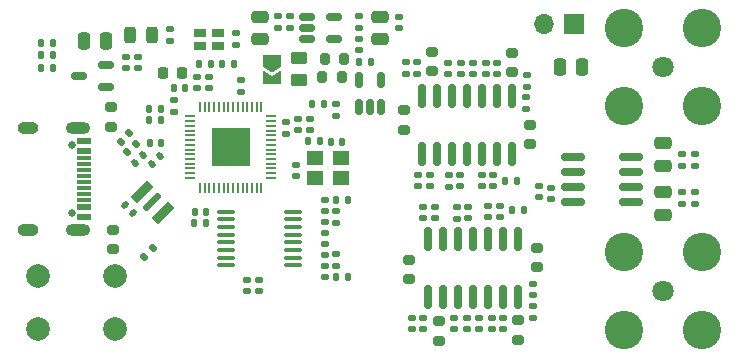
<source format=gbr>
%TF.GenerationSoftware,KiCad,Pcbnew,7.0.7*%
%TF.CreationDate,2024-02-05T21:16:28-08:00*%
%TF.ProjectId,Bandit_Dev_Platform,42616e64-6974-45f4-9465-765f506c6174,rev?*%
%TF.SameCoordinates,Original*%
%TF.FileFunction,Soldermask,Top*%
%TF.FilePolarity,Negative*%
%FSLAX46Y46*%
G04 Gerber Fmt 4.6, Leading zero omitted, Abs format (unit mm)*
G04 Created by KiCad (PCBNEW 7.0.7) date 2024-02-05 21:16:28*
%MOMM*%
%LPD*%
G01*
G04 APERTURE LIST*
G04 Aperture macros list*
%AMRoundRect*
0 Rectangle with rounded corners*
0 $1 Rounding radius*
0 $2 $3 $4 $5 $6 $7 $8 $9 X,Y pos of 4 corners*
0 Add a 4 corners polygon primitive as box body*
4,1,4,$2,$3,$4,$5,$6,$7,$8,$9,$2,$3,0*
0 Add four circle primitives for the rounded corners*
1,1,$1+$1,$2,$3*
1,1,$1+$1,$4,$5*
1,1,$1+$1,$6,$7*
1,1,$1+$1,$8,$9*
0 Add four rect primitives between the rounded corners*
20,1,$1+$1,$2,$3,$4,$5,0*
20,1,$1+$1,$4,$5,$6,$7,0*
20,1,$1+$1,$6,$7,$8,$9,0*
20,1,$1+$1,$8,$9,$2,$3,0*%
%AMFreePoly0*
4,1,6,1.000000,0.000000,0.500000,-0.750000,-0.500000,-0.750000,-0.500000,0.750000,0.500000,0.750000,1.000000,0.000000,1.000000,0.000000,$1*%
%AMFreePoly1*
4,1,6,0.500000,-0.750000,-0.650000,-0.750000,-0.150000,0.000000,-0.650000,0.750000,0.500000,0.750000,0.500000,-0.750000,0.500000,-0.750000,$1*%
G04 Aperture macros list end*
%ADD10RoundRect,0.135000X0.135000X0.185000X-0.135000X0.185000X-0.135000X-0.185000X0.135000X-0.185000X0*%
%ADD11RoundRect,0.140000X-0.170000X0.140000X-0.170000X-0.140000X0.170000X-0.140000X0.170000X0.140000X0*%
%ADD12RoundRect,0.140000X0.170000X-0.140000X0.170000X0.140000X-0.170000X0.140000X-0.170000X-0.140000X0*%
%ADD13RoundRect,0.135000X-0.185000X0.135000X-0.185000X-0.135000X0.185000X-0.135000X0.185000X0.135000X0*%
%ADD14RoundRect,0.200000X-0.200000X-0.275000X0.200000X-0.275000X0.200000X0.275000X-0.200000X0.275000X0*%
%ADD15C,0.650000*%
%ADD16R,1.150000X0.600000*%
%ADD17R,1.150000X0.300000*%
%ADD18O,2.100000X1.000000*%
%ADD19O,1.800000X1.000000*%
%ADD20RoundRect,0.140000X0.140000X0.170000X-0.140000X0.170000X-0.140000X-0.170000X0.140000X-0.170000X0*%
%ADD21RoundRect,0.200000X-0.275000X0.200000X-0.275000X-0.200000X0.275000X-0.200000X0.275000X0.200000X0*%
%ADD22RoundRect,0.218750X0.218750X0.256250X-0.218750X0.256250X-0.218750X-0.256250X0.218750X-0.256250X0*%
%ADD23RoundRect,0.135000X0.185000X-0.135000X0.185000X0.135000X-0.185000X0.135000X-0.185000X-0.135000X0*%
%ADD24RoundRect,0.200000X0.200000X0.275000X-0.200000X0.275000X-0.200000X-0.275000X0.200000X-0.275000X0*%
%ADD25RoundRect,0.150000X0.825000X0.150000X-0.825000X0.150000X-0.825000X-0.150000X0.825000X-0.150000X0*%
%ADD26RoundRect,0.200000X0.275000X-0.200000X0.275000X0.200000X-0.275000X0.200000X-0.275000X-0.200000X0*%
%ADD27RoundRect,0.140000X-0.021213X0.219203X-0.219203X0.021213X0.021213X-0.219203X0.219203X-0.021213X0*%
%ADD28RoundRect,0.100000X0.637500X0.100000X-0.637500X0.100000X-0.637500X-0.100000X0.637500X-0.100000X0*%
%ADD29R,1.000000X0.800000*%
%ADD30FreePoly0,270.000000*%
%ADD31FreePoly1,270.000000*%
%ADD32RoundRect,0.243750X0.243750X0.456250X-0.243750X0.456250X-0.243750X-0.456250X0.243750X-0.456250X0*%
%ADD33RoundRect,0.250000X0.250000X0.475000X-0.250000X0.475000X-0.250000X-0.475000X0.250000X-0.475000X0*%
%ADD34RoundRect,0.102000X0.318198X-0.106066X-0.106066X0.318198X-0.318198X0.106066X0.106066X-0.318198X0*%
%ADD35RoundRect,0.102000X0.707107X0.494975X0.494975X0.707107X-0.707107X-0.494975X-0.494975X-0.707107X0*%
%ADD36RoundRect,0.135000X-0.135000X-0.185000X0.135000X-0.185000X0.135000X0.185000X-0.135000X0.185000X0*%
%ADD37RoundRect,0.140000X-0.140000X-0.170000X0.140000X-0.170000X0.140000X0.170000X-0.140000X0.170000X0*%
%ADD38C,1.800000*%
%ADD39C,3.250000*%
%ADD40RoundRect,0.150000X-0.512500X-0.150000X0.512500X-0.150000X0.512500X0.150000X-0.512500X0.150000X0*%
%ADD41RoundRect,0.135000X-0.035355X0.226274X-0.226274X0.035355X0.035355X-0.226274X0.226274X-0.035355X0*%
%ADD42RoundRect,0.140000X-0.219203X-0.021213X-0.021213X-0.219203X0.219203X0.021213X0.021213X0.219203X0*%
%ADD43RoundRect,0.150000X-0.150000X0.825000X-0.150000X-0.825000X0.150000X-0.825000X0.150000X0.825000X0*%
%ADD44R,1.700000X1.700000*%
%ADD45O,1.700000X1.700000*%
%ADD46RoundRect,0.250000X0.450000X-0.262500X0.450000X0.262500X-0.450000X0.262500X-0.450000X-0.262500X0*%
%ADD47R,1.400000X1.200000*%
%ADD48RoundRect,0.150000X0.150000X-0.825000X0.150000X0.825000X-0.150000X0.825000X-0.150000X-0.825000X0*%
%ADD49RoundRect,0.250000X-0.475000X0.250000X-0.475000X-0.250000X0.475000X-0.250000X0.475000X0.250000X0*%
%ADD50RoundRect,0.150000X0.512500X0.150000X-0.512500X0.150000X-0.512500X-0.150000X0.512500X-0.150000X0*%
%ADD51RoundRect,0.135000X0.035355X-0.226274X0.226274X-0.035355X-0.035355X0.226274X-0.226274X0.035355X0*%
%ADD52RoundRect,0.050000X0.050000X-0.387500X0.050000X0.387500X-0.050000X0.387500X-0.050000X-0.387500X0*%
%ADD53RoundRect,0.050000X0.387500X-0.050000X0.387500X0.050000X-0.387500X0.050000X-0.387500X-0.050000X0*%
%ADD54R,3.200000X3.200000*%
%ADD55C,2.000000*%
%ADD56RoundRect,0.150000X0.150000X-0.512500X0.150000X0.512500X-0.150000X0.512500X-0.150000X-0.512500X0*%
%ADD57RoundRect,0.250000X0.475000X-0.250000X0.475000X0.250000X-0.475000X0.250000X-0.475000X-0.250000X0*%
G04 APERTURE END LIST*
D10*
%TO.C,R22*%
X49270000Y-37650000D03*
X48250000Y-37650000D03*
%TD*%
D11*
%TO.C,C3*%
X44375000Y-22095000D03*
X44375000Y-23055000D03*
%TD*%
%TO.C,C21*%
X47310000Y-39520000D03*
X47310000Y-40480000D03*
%TD*%
D12*
%TO.C,C59*%
X55127100Y-26960000D03*
X55127100Y-26000000D03*
%TD*%
D11*
%TO.C,C23*%
X47310000Y-37620000D03*
X47310000Y-38580000D03*
%TD*%
%TO.C,C8*%
X50225000Y-22095000D03*
X50225000Y-23055000D03*
%TD*%
D13*
%TO.C,R32*%
X64990200Y-46612500D03*
X64990200Y-47632500D03*
%TD*%
D14*
%TO.C,R8*%
X47350000Y-25675000D03*
X49000000Y-25675000D03*
%TD*%
D13*
%TO.C,R24*%
X48310000Y-42190000D03*
X48310000Y-43210000D03*
%TD*%
D15*
%TO.C,P1*%
X25905000Y-32980000D03*
X25905000Y-38760000D03*
D16*
X26980000Y-32670000D03*
X26980000Y-33470000D03*
D17*
X26980000Y-34620000D03*
X26980000Y-35620000D03*
X26980000Y-36120000D03*
X26980000Y-37120000D03*
D16*
X26980000Y-38270000D03*
X26980000Y-39070000D03*
X26980000Y-39070000D03*
X26980000Y-38270000D03*
D17*
X26980000Y-37620000D03*
X26980000Y-36620000D03*
X26980000Y-35120000D03*
X26980000Y-34120000D03*
D16*
X26980000Y-33470000D03*
X26980000Y-32670000D03*
D18*
X26405000Y-31550000D03*
D19*
X22225000Y-31550000D03*
D18*
X26405000Y-40190000D03*
D19*
X22225000Y-40190000D03*
%TD*%
D20*
%TO.C,C11*%
X35490000Y-28170000D03*
X34530000Y-28170000D03*
%TD*%
D12*
%TO.C,C30*%
X65500000Y-37380000D03*
X65500000Y-36420000D03*
%TD*%
D21*
%TO.C,R33*%
X65290200Y-41697500D03*
X65290200Y-43347500D03*
%TD*%
D22*
%TO.C,FB1*%
X35217500Y-26890000D03*
X33642500Y-26890000D03*
%TD*%
D12*
%TO.C,C14*%
X50225000Y-24955000D03*
X50225000Y-23995000D03*
%TD*%
D11*
%TO.C,C2*%
X43375000Y-22095000D03*
X43375000Y-23055000D03*
%TD*%
D23*
%TO.C,R21*%
X48310000Y-39610000D03*
X48310000Y-38590000D03*
%TD*%
D11*
%TO.C,C60*%
X55690200Y-47642500D03*
X55690200Y-48602500D03*
%TD*%
D24*
%TO.C,R9*%
X48750000Y-27225000D03*
X47100000Y-27225000D03*
%TD*%
D25*
%TO.C,U7*%
X73275000Y-37780000D03*
X73275000Y-36510000D03*
X73275000Y-35240000D03*
X73275000Y-33970000D03*
X68325000Y-33970000D03*
X68325000Y-35240000D03*
X68325000Y-36510000D03*
X68325000Y-37780000D03*
%TD*%
D20*
%TO.C,C7*%
X48820000Y-32700000D03*
X47860000Y-32700000D03*
%TD*%
D12*
%TO.C,C16*%
X62390200Y-48602500D03*
X62390200Y-47642500D03*
%TD*%
D11*
%TO.C,C26*%
X40770000Y-44420000D03*
X40770000Y-45380000D03*
%TD*%
D26*
%TO.C,R30*%
X56990200Y-49547500D03*
X56990200Y-47897500D03*
%TD*%
D12*
%TO.C,C37*%
X36480000Y-28200000D03*
X36480000Y-27240000D03*
%TD*%
D20*
%TO.C,C6*%
X24300000Y-25400000D03*
X23340000Y-25400000D03*
%TD*%
D10*
%TO.C,R23*%
X49270000Y-44150000D03*
X48250000Y-44150000D03*
%TD*%
D11*
%TO.C,C32*%
X48275000Y-29545000D03*
X48275000Y-30505000D03*
%TD*%
D27*
%TO.C,C34*%
X31959411Y-33850589D03*
X31280589Y-34529411D03*
%TD*%
D28*
%TO.C,U1*%
X44652500Y-43185000D03*
X44652500Y-42535000D03*
X44652500Y-41885000D03*
X44652500Y-41235000D03*
X44652500Y-40585000D03*
X44652500Y-39935000D03*
X44652500Y-39285000D03*
X44652500Y-38635000D03*
X38927500Y-38635000D03*
X38927500Y-39285000D03*
X38927500Y-39935000D03*
X38927500Y-40585000D03*
X38927500Y-41235000D03*
X38927500Y-41885000D03*
X38927500Y-42535000D03*
X38927500Y-43185000D03*
%TD*%
D11*
%TO.C,C47*%
X64990200Y-44742500D03*
X64990200Y-45702500D03*
%TD*%
D23*
%TO.C,R39*%
X64427300Y-28114700D03*
X64427300Y-27094700D03*
%TD*%
D10*
%TO.C,R34*%
X64200200Y-38522500D03*
X63180200Y-38522500D03*
%TD*%
D11*
%TO.C,C38*%
X61000000Y-26020000D03*
X61000000Y-26980000D03*
%TD*%
D29*
%TO.C,D2*%
X36770000Y-23525000D03*
X38270000Y-23525000D03*
X38270000Y-24625000D03*
X36770000Y-24625000D03*
%TD*%
D11*
%TO.C,C50*%
X62190200Y-38142500D03*
X62190200Y-39102500D03*
%TD*%
D12*
%TO.C,C68*%
X30530000Y-26460000D03*
X30530000Y-25500000D03*
%TD*%
D30*
%TO.C,JP2*%
X42900000Y-25850000D03*
D31*
X42900000Y-27300000D03*
%TD*%
D20*
%TO.C,C29*%
X37260000Y-39600000D03*
X36300000Y-39600000D03*
%TD*%
D32*
%TO.C,D1*%
X32737500Y-23700000D03*
X30862500Y-23700000D03*
%TD*%
D20*
%TO.C,C63*%
X33450000Y-29900000D03*
X32490000Y-29900000D03*
%TD*%
D12*
%TO.C,C74*%
X40200000Y-28460000D03*
X40200000Y-27500000D03*
%TD*%
%TO.C,C51*%
X58763100Y-36480000D03*
X58763100Y-35520000D03*
%TD*%
%TO.C,C24*%
X47310000Y-44180000D03*
X47310000Y-43220000D03*
%TD*%
D21*
%TO.C,R37*%
X56427100Y-25075000D03*
X56427100Y-26725000D03*
%TD*%
D13*
%TO.C,R1*%
X39795000Y-23515000D03*
X39795000Y-24535000D03*
%TD*%
D33*
%TO.C,C73*%
X69150000Y-26375000D03*
X67250000Y-26375000D03*
%TD*%
D12*
%TO.C,C20*%
X61557100Y-36454600D03*
X61557100Y-35494600D03*
%TD*%
D34*
%TO.C,U5*%
X33097106Y-39268428D03*
X33450660Y-38914874D03*
X33804213Y-38561321D03*
X34157767Y-38207767D03*
X32390000Y-36440000D03*
X32036446Y-36793554D03*
X31682893Y-37147107D03*
X31329339Y-37500661D03*
D35*
X32743553Y-37854214D03*
%TD*%
D36*
%TO.C,R2*%
X38650000Y-26100000D03*
X39670000Y-26100000D03*
%TD*%
D37*
%TO.C,C13*%
X50245000Y-25975000D03*
X51205000Y-25975000D03*
%TD*%
D12*
%TO.C,C35*%
X37500000Y-28200000D03*
X37500000Y-27240000D03*
%TD*%
%TO.C,C41*%
X60630000Y-36454600D03*
X60630000Y-35494600D03*
%TD*%
D23*
%TO.C,R35*%
X57823300Y-36535400D03*
X57823300Y-35515400D03*
%TD*%
D38*
%TO.C,J6*%
X76000000Y-26375000D03*
D39*
X72700000Y-23075000D03*
X72700000Y-29675000D03*
X79300000Y-23075000D03*
X79300000Y-29675000D03*
%TD*%
D40*
%TO.C,U4*%
X45850000Y-22125000D03*
X45850000Y-23075000D03*
X45850000Y-24025000D03*
X48125000Y-24025000D03*
X48125000Y-22125000D03*
%TD*%
D12*
%TO.C,C66*%
X46050000Y-31710000D03*
X46050000Y-30750000D03*
%TD*%
D11*
%TO.C,C10*%
X44930000Y-34640000D03*
X44930000Y-35600000D03*
%TD*%
D27*
%TO.C,C33*%
X33349411Y-33920589D03*
X32670589Y-34599411D03*
%TD*%
D20*
%TO.C,C4*%
X24300000Y-26450000D03*
X23340000Y-26450000D03*
%TD*%
D12*
%TO.C,C65*%
X45050000Y-31710000D03*
X45050000Y-30750000D03*
%TD*%
D41*
%TO.C,R12*%
X32760624Y-41739376D03*
X32039376Y-42460624D03*
%TD*%
D12*
%TO.C,C44*%
X58290200Y-48602500D03*
X58290200Y-47642500D03*
%TD*%
D11*
%TO.C,C53*%
X57730700Y-26020000D03*
X57730700Y-26980000D03*
%TD*%
D23*
%TO.C,R15*%
X77600000Y-34750000D03*
X77600000Y-33730000D03*
%TD*%
D26*
%TO.C,R29*%
X54490200Y-44347500D03*
X54490200Y-42697500D03*
%TD*%
D11*
%TO.C,C9*%
X53575000Y-22145000D03*
X53575000Y-23105000D03*
%TD*%
D12*
%TO.C,C58*%
X59900000Y-26980000D03*
X59900000Y-26020000D03*
%TD*%
D26*
%TO.C,R40*%
X64744800Y-32925000D03*
X64744800Y-31275000D03*
%TD*%
%TO.C,R38*%
X63182700Y-26825000D03*
X63182700Y-25175000D03*
%TD*%
D12*
%TO.C,C54*%
X54200000Y-26960000D03*
X54200000Y-26000000D03*
%TD*%
D36*
%TO.C,R3*%
X36690000Y-26100000D03*
X37710000Y-26100000D03*
%TD*%
D42*
%TO.C,C1*%
X30420589Y-38090589D03*
X31099411Y-38769411D03*
%TD*%
D43*
%TO.C,U10*%
X63170000Y-28800000D03*
X61900000Y-28800000D03*
X60630000Y-28800000D03*
X59360000Y-28800000D03*
X58090000Y-28800000D03*
X56820000Y-28800000D03*
X55550000Y-28800000D03*
X55550000Y-33750000D03*
X56820000Y-33750000D03*
X58090000Y-33750000D03*
X59360000Y-33750000D03*
X60630000Y-33750000D03*
X61900000Y-33750000D03*
X63170000Y-33750000D03*
%TD*%
D13*
%TO.C,R28*%
X58490200Y-38212500D03*
X58490200Y-39232500D03*
%TD*%
D12*
%TO.C,C43*%
X56700200Y-39202500D03*
X56700200Y-38242500D03*
%TD*%
%TO.C,C40*%
X55690200Y-39202500D03*
X55690200Y-38242500D03*
%TD*%
D44*
%TO.C,J12*%
X68440000Y-22725000D03*
D45*
X65900000Y-22725000D03*
%TD*%
D10*
%TO.C,R27*%
X47270000Y-29525000D03*
X46250000Y-29525000D03*
%TD*%
D13*
%TO.C,R6*%
X34200000Y-23190000D03*
X34200000Y-24210000D03*
%TD*%
D20*
%TO.C,C28*%
X37280000Y-38620000D03*
X36320000Y-38620000D03*
%TD*%
D23*
%TO.C,R25*%
X78700000Y-38000000D03*
X78700000Y-36980000D03*
%TD*%
D20*
%TO.C,C62*%
X33450000Y-30900000D03*
X32490000Y-30900000D03*
%TD*%
D46*
%TO.C,R7*%
X45175000Y-27487500D03*
X45175000Y-25662500D03*
%TD*%
D21*
%TO.C,R11*%
X29400000Y-40175000D03*
X29400000Y-41825000D03*
%TD*%
D11*
%TO.C,C48*%
X60390200Y-47642500D03*
X60390200Y-48602500D03*
%TD*%
D47*
%TO.C,Y1*%
X48670000Y-34080000D03*
X46470000Y-34080000D03*
X46470000Y-35780000D03*
X48670000Y-35780000D03*
%TD*%
D33*
%TO.C,C69*%
X28850000Y-24200000D03*
X26950000Y-24200000D03*
%TD*%
D12*
%TO.C,C22*%
X47310000Y-42330000D03*
X47310000Y-41370000D03*
%TD*%
D48*
%TO.C,U9*%
X56080200Y-45897500D03*
X57350200Y-45897500D03*
X58620200Y-45897500D03*
X59890200Y-45897500D03*
X61160200Y-45897500D03*
X62430200Y-45897500D03*
X63700200Y-45897500D03*
X63700200Y-40947500D03*
X62430200Y-40947500D03*
X61160200Y-40947500D03*
X59890200Y-40947500D03*
X58620200Y-40947500D03*
X57350200Y-40947500D03*
X56080200Y-40947500D03*
%TD*%
D49*
%TO.C,C72*%
X76000000Y-32850000D03*
X76000000Y-34750000D03*
%TD*%
D50*
%TO.C,U11*%
X28800000Y-28100000D03*
X28800000Y-26200000D03*
X26525000Y-27150000D03*
%TD*%
D20*
%TO.C,C36*%
X33460000Y-32810000D03*
X32500000Y-32810000D03*
%TD*%
D12*
%TO.C,C67*%
X31530000Y-26460000D03*
X31530000Y-25500000D03*
%TD*%
D38*
%TO.C,J5*%
X76000000Y-45375000D03*
D39*
X72700000Y-42075000D03*
X72700000Y-48675000D03*
X79300000Y-42075000D03*
X79300000Y-48675000D03*
%TD*%
D51*
%TO.C,R4*%
X30039376Y-32710624D03*
X30760624Y-31989376D03*
%TD*%
D11*
%TO.C,C52*%
X56200000Y-35534900D03*
X56200000Y-36494900D03*
%TD*%
D12*
%TO.C,C64*%
X44050000Y-32020000D03*
X44050000Y-31060000D03*
%TD*%
D36*
%TO.C,R14*%
X45880000Y-32690000D03*
X46900000Y-32690000D03*
%TD*%
D11*
%TO.C,C42*%
X59490200Y-38242500D03*
X59490200Y-39202500D03*
%TD*%
D12*
%TO.C,C56*%
X64401900Y-29926200D03*
X64401900Y-28966200D03*
%TD*%
D13*
%TO.C,R13*%
X78700000Y-33730000D03*
X78700000Y-34750000D03*
%TD*%
D10*
%TO.C,R41*%
X63610000Y-36000000D03*
X62590000Y-36000000D03*
%TD*%
D52*
%TO.C,U2*%
X36767500Y-36607500D03*
X37167500Y-36607500D03*
X37567500Y-36607500D03*
X37967500Y-36607500D03*
X38367500Y-36607500D03*
X38767500Y-36607500D03*
X39167500Y-36607500D03*
X39567500Y-36607500D03*
X39967500Y-36607500D03*
X40367500Y-36607500D03*
X40767500Y-36607500D03*
X41167500Y-36607500D03*
X41567500Y-36607500D03*
X41967500Y-36607500D03*
D53*
X42805000Y-35770000D03*
X42805000Y-35370000D03*
X42805000Y-34970000D03*
X42805000Y-34570000D03*
X42805000Y-34170000D03*
X42805000Y-33770000D03*
X42805000Y-33370000D03*
X42805000Y-32970000D03*
X42805000Y-32570000D03*
X42805000Y-32170000D03*
X42805000Y-31770000D03*
X42805000Y-31370000D03*
X42805000Y-30970000D03*
X42805000Y-30570000D03*
D52*
X41967500Y-29732500D03*
X41567500Y-29732500D03*
X41167500Y-29732500D03*
X40767500Y-29732500D03*
X40367500Y-29732500D03*
X39967500Y-29732500D03*
X39567500Y-29732500D03*
X39167500Y-29732500D03*
X38767500Y-29732500D03*
X38367500Y-29732500D03*
X37967500Y-29732500D03*
X37567500Y-29732500D03*
X37167500Y-29732500D03*
X36767500Y-29732500D03*
D53*
X35930000Y-30570000D03*
X35930000Y-30970000D03*
X35930000Y-31370000D03*
X35930000Y-31770000D03*
X35930000Y-32170000D03*
X35930000Y-32570000D03*
X35930000Y-32970000D03*
X35930000Y-33370000D03*
X35930000Y-33770000D03*
X35930000Y-34170000D03*
X35930000Y-34570000D03*
X35930000Y-34970000D03*
X35930000Y-35370000D03*
X35930000Y-35770000D03*
D54*
X39367500Y-33170000D03*
%TD*%
D49*
%TO.C,C71*%
X52025000Y-22125000D03*
X52025000Y-24025000D03*
%TD*%
D12*
%TO.C,C57*%
X58900000Y-26980000D03*
X58900000Y-26020000D03*
%TD*%
%TO.C,C46*%
X61450200Y-48602500D03*
X61450200Y-47642500D03*
%TD*%
D11*
%TO.C,C27*%
X41770000Y-44420000D03*
X41770000Y-45380000D03*
%TD*%
%TO.C,C45*%
X54690200Y-47642500D03*
X54690200Y-48602500D03*
%TD*%
D55*
%TO.C,SW1*%
X23050000Y-44100000D03*
X29550000Y-44100000D03*
X23050000Y-48600000D03*
X29550000Y-48600000D03*
%TD*%
D11*
%TO.C,C39*%
X55194400Y-35520000D03*
X55194400Y-36480000D03*
%TD*%
D12*
%TO.C,C31*%
X66500000Y-37580000D03*
X66500000Y-36620000D03*
%TD*%
D56*
%TO.C,U6*%
X50225000Y-29762500D03*
X51175000Y-29762500D03*
X52125000Y-29762500D03*
X52125000Y-27487500D03*
X50225000Y-27487500D03*
%TD*%
D49*
%TO.C,C70*%
X41825000Y-22125000D03*
X41825000Y-24025000D03*
%TD*%
D12*
%TO.C,C61*%
X34570000Y-30180000D03*
X34570000Y-29220000D03*
%TD*%
D13*
%TO.C,R26*%
X77600000Y-36980000D03*
X77600000Y-38000000D03*
%TD*%
D51*
%TO.C,R5*%
X30589376Y-33610624D03*
X31310624Y-32889376D03*
%TD*%
D57*
%TO.C,C25*%
X76000000Y-38880000D03*
X76000000Y-36980000D03*
%TD*%
D11*
%TO.C,C19*%
X61190200Y-38142500D03*
X61190200Y-39102500D03*
%TD*%
D21*
%TO.C,R36*%
X54000600Y-30030900D03*
X54000600Y-31680900D03*
%TD*%
%TO.C,R31*%
X63690200Y-47822500D03*
X63690200Y-49472500D03*
%TD*%
D20*
%TO.C,C5*%
X24300000Y-24350000D03*
X23340000Y-24350000D03*
%TD*%
D11*
%TO.C,C49*%
X59390200Y-47642500D03*
X59390200Y-48602500D03*
%TD*%
D26*
%TO.C,R10*%
X29200000Y-31425000D03*
X29200000Y-29775000D03*
%TD*%
D11*
%TO.C,C55*%
X61939800Y-26022600D03*
X61939800Y-26982600D03*
%TD*%
M02*

</source>
